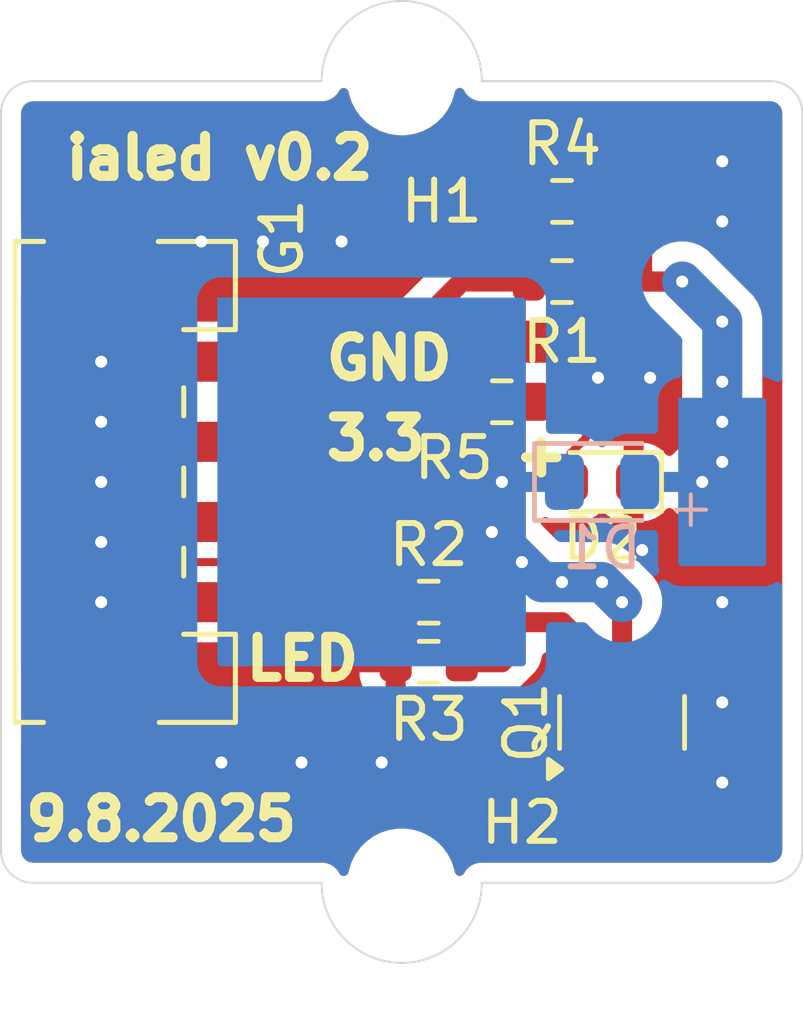
<source format=kicad_pcb>
(kicad_pcb (version 20241229) (generator "pcbnew") (generator_version "9.0")
  (layers (0 "F.Cu" signal) (2 "B.Cu" signal) (13 "F.Paste" user) (15 "B.Paste" user) (5 "F.SilkS" user "F.Silkscreen") (7 "B.SilkS" user "B.Silkscreen") (1 "F.Mask" user) (3 "B.Mask" user) (25 "Edge.Cuts" user))
  (net 0 "")
  (net 1 "Net-(D1-K)")
  (net 2 "Net-(D1-A)")
  (net 3 "GND")
  (net 4 "+3.3V")
  (net 5 "Net-(G1-Pad1)")
  (net 6 "Net-(D2-A)")
  (net 7 "Net-(Q1-G)")
  (net 8 "Net-(G1-Pad2)")
  (footprint "Resistor_SMD:R_0603_1608Metric" (layer "F.Cu") (at 10.675 14.5 180)
    (property "Reference" "R3" (at 0 -1.43 0) (layer "F.SilkS"))
    (property "Value" "100k")
    (fp_line (start -0.237258 0.5225) (end 0.237258 0.5225) (stroke (width 0.12)) (layer "F.SilkS"))
    (fp_line (start -0.237258 -0.5225) (end 0.237258 -0.5225) (stroke (width 0.12)) (layer "F.SilkS"))
    (pad "1" smd roundrect (at -0.825 0 180) (size 0.8 0.95) (layers "F.Cu" "F.Mask" "F.Paste") (net 7 "Net-(Q1-G)"))
    (pad "2" smd roundrect (at 0.825 0 180) (size 0.8 0.95) (layers "F.Cu" "F.Mask" "F.Paste") (net 3 "GND"))
  )
  (footprint "MountingHole:MountingHole_2.2mm_M2_ISO7380" (layer "F.Cu") (at 10 0)
    (property "Reference" "H1" (at 1 3 0) (layer "F.SilkS"))
    (property "Value" "MountingHole")
    (pad "" np_thru_hole circle (at 0 0) (size 2.2 2.2) (drill 2.2) (layers "*.Cu" "*.Mask"))
  )
  (footprint "Resistor_SMD:R_0603_1608Metric" (layer "F.Cu") (at 12.5 8)
    (property "Reference" "R5" (at -1.2 1.4 0) (layer "F.SilkS"))
    (property "Value" "470R")
    (fp_line (start -0.237258 -0.5225) (end 0.237258 -0.5225) (stroke (width 0.12)) (layer "F.SilkS"))
    (fp_line (start -0.237258 0.5225) (end 0.237258 0.5225) (stroke (width 0.12)) (layer "F.SilkS"))
    (pad "1" smd roundrect (at -0.825 0) (size 0.8 0.95) (layers "F.Cu" "F.Mask" "F.Paste") (net 8 "Net-(G1-Pad2)"))
    (pad "2" smd roundrect (at 0.825 0) (size 0.8 0.95) (layers "F.Cu" "F.Mask" "F.Paste") (net 6 "Net-(D2-A)"))
  )
  (footprint "Resistor_SMD:R_0603_1608Metric" (layer "F.Cu") (at 10.675 13)
    (property "Reference" "R2" (at 0 -1.43 0) (layer "F.SilkS"))
    (property "Value" "100R")
    (fp_line (start -0.237258 -0.5225) (end 0.237258 -0.5225) (stroke (width 0.12)) (layer "F.SilkS"))
    (fp_line (start -0.237258 0.5225) (end 0.237258 0.5225) (stroke (width 0.12)) (layer "F.SilkS"))
    (pad "1" smd roundrect (at -0.825 0) (size 0.8 0.95) (layers "F.Cu" "F.Mask" "F.Paste") (net 5 "Net-(G1-Pad1)"))
    (pad "2" smd roundrect (at 0.825 0) (size 0.8 0.95) (layers "F.Cu" "F.Mask" "F.Paste") (net 7 "Net-(Q1-G)"))
  )
  (footprint "ialed:GROVE-HW4-SMD-2.0" (layer "F.Cu") (at 2.5 10 90)
    (property "Reference" "G1" (at 6.075 4.51084 90) (layer "F.SilkS"))
    (property "Value" "L200HY-4PS" (hide yes))
    (fp_line (start 6 -2.15) (end 6 -1.4395) (stroke (width 0.127)) (layer "F.SilkS"))
    (fp_line (start -6 -2.15) (end 6 -2.15) (stroke (width 0.127)) (layer "F.SilkS"))
    (fp_line (start -6 -2.15) (end -6 -1.4395) (stroke (width 0.127)) (layer "F.SilkS"))
    (fp_line (start 6 1.425) (end 6 3.35) (stroke (width 0.127)) (layer "F.SilkS"))
    (fp_line (start -6 1.45) (end -6 3.35) (stroke (width 0.127)) (layer "F.SilkS"))
    (fp_line (start 3.8 2.06062) (end 3.8 3.35) (stroke (width 0.127)) (layer "F.SilkS"))
    (fp_line (start 1.64896 2.06062) (end 2.35 2.06062) (stroke (width 0.127)) (layer "F.SilkS"))
    (fp_line (start -0.3485 2.06062) (end 0.35 2.06062) (stroke (width 0.127)) (layer "F.SilkS"))
    (fp_line (start -2.3485 2.06062) (end -1.65 2.06062) (stroke (width 0.127)) (layer "F.SilkS"))
    (fp_line (start 3.8 3.35) (end 6 3.35) (stroke (width 0.127)) (layer "F.SilkS"))
    (fp_line (start -3.8 3.35) (end -3.8 2.06) (stroke (width 0.127)) (layer "F.SilkS"))
    (fp_line (start -6 3.35) (end -3.8 3.35) (stroke (width 0.127)) (layer "F.SilkS"))
    (pad "1" smd rect (at -3 3.5 180) (size 3 1) (layers "F.Cu" "F.Mask" "F.Paste") (net 5 "Net-(G1-Pad1)"))
    (pad "2" smd rect (at -1 3.5 180) (size 3 1) (layers "F.Cu" "F.Mask" "F.Paste") (net 8 "Net-(G1-Pad2)"))
    (pad "3" smd rect (at 1 3.5 180) (size 3 1) (layers "F.Cu" "F.Mask" "F.Paste") (net 4 "+3.3V"))
    (pad "4" smd rect (at 3 3.5 180) (size 3 1) (layers "F.Cu" "F.Mask" "F.Paste") (net 3 "GND"))
    (pad "5" smd rect (at -5.575 0.01084 180) (size 2.6 1.55) (layers "F.Cu" "F.Mask" "F.Paste") (net 3 "GND"))
    (pad "6" smd rect (at 5.575 0.01084 180) (size 2.6 1.55) (layers "F.Cu" "F.Mask" "F.Paste") (net 3 "GND"))
  )
  (footprint "Resistor_SMD:R_0603_1608Metric" (layer "F.Cu") (at 14 5)
    (property "Reference" "R1" (at 0 1.5 0) (layer "F.SilkS"))
    (property "Value" "100R")
    (fp_line (start -0.237258 -0.5225) (end 0.237258 -0.5225) (stroke (width 0.12)) (layer "F.SilkS"))
    (fp_line (start -0.237258 0.5225) (end 0.237258 0.5225) (stroke (width 0.12)) (layer "F.SilkS"))
    (pad "1" smd roundrect (at -0.825 0) (size 0.8 0.95) (layers "F.Cu" "F.Mask" "F.Paste") (net 4 "+3.3V"))
    (pad "2" smd roundrect (at 0.825 0) (size 0.8 0.95) (layers "F.Cu" "F.Mask" "F.Paste") (net 2 "Net-(D1-A)"))
  )
  (footprint "Package_TO_SOT_SMD:SOT-23" (layer "F.Cu") (at 15.5 16 90)
    (property "Reference" "Q1" (at 0 -2.4 90) (layer "F.SilkS"))
    (property "Value" "2N7002")
    (fp_line (start 0 -1.56) (end 0.65 -1.56) (stroke (width 0.12)) (layer "F.SilkS"))
    (fp_line (start 0 -1.56) (end -0.65 -1.56) (stroke (width 0.12)) (layer "F.SilkS"))
    (fp_line (start 0 1.56) (end 0.65 1.56) (stroke (width 0.12)) (layer "F.SilkS"))
    (fp_line (start 0 1.56) (end -0.65 1.56) (stroke (width 0.12)) (layer "F.SilkS"))
    (fp_poly (pts (xy -1.1625 -1.51) (xy -1.4025 -1.84) (xy -0.9225 -1.84)) (stroke (width 0.12)) (fill yes) (layer "F.SilkS"))
    (pad "1" smd roundrect (at -0.9375 -0.95 90) (size 1.475 0.6) (layers "F.Cu" "F.Mask" "F.Paste") (net 7 "Net-(Q1-G)"))
    (pad "2" smd roundrect (at -0.9375 0.95 90) (size 1.475 0.6) (layers "F.Cu" "F.Mask" "F.Paste") (net 3 "GND"))
    (pad "3" smd roundrect (at 0.9375 0 90) (size 1.475 0.6) (layers "F.Cu" "F.Mask" "F.Paste") (net 1 "Net-(D1-K)"))
  )
  (footprint "Diode_SMD:D_0603_1608Metric" (layer "F.Cu") (at 15 10 180)
    (property "Reference" "D2" (at 0 -1.43 0) (layer "F.SilkS"))
    (property "Value" "KT-0603R")
    (fp_line (start 0.8 -0.735) (end -1.485 -0.735) (stroke (width 0.12)) (layer "F.SilkS"))
    (fp_line (start -1.485 0.735) (end 0.8 0.735) (stroke (width 0.12)) (layer "F.SilkS"))
    (fp_line (start -1.485 -0.735) (end -1.485 0.735) (stroke (width 0.12)) (layer "F.SilkS"))
    (pad "1" smd roundrect (at -0.7875 0 180) (size 0.875 0.95) (layers "F.Cu" "F.Mask" "F.Paste") (net 3 "GND"))
    (pad "2" smd roundrect (at 0.7875 0 180) (size 0.875 0.95) (layers "F.Cu" "F.Mask" "F.Paste") (net 6 "Net-(D2-A)"))
  )
  (footprint "Resistor_SMD:R_0603_1608Metric" (layer "F.Cu") (at 14 3)
    (property "Reference" "R4" (at 0 -1.43 0) (layer "F.SilkS"))
    (property "Value" "dnp")
    (fp_line (start -0.237258 -0.5225) (end 0.237258 -0.5225) (stroke (width 0.12)) (layer "F.SilkS"))
    (fp_line (start -0.237258 0.5225) (end 0.237258 0.5225) (stroke (width 0.12)) (layer "F.SilkS"))
    (pad "1" smd roundrect (at -0.825 0) (size 0.8 0.95) (layers "F.Cu" "F.Mask" "F.Paste") (net 4 "+3.3V"))
    (pad "2" smd roundrect (at 0.825 0) (size 0.8 0.95) (layers "F.Cu" "F.Mask" "F.Paste") (net 2 "Net-(D1-A)"))
  )
  (footprint "MountingHole:MountingHole_2.2mm_M2_ISO7380" (layer "F.Cu") (at 10 20)
    (property "Reference" "H2" (at 3 -1.5 0) (layer "F.SilkS"))
    (property "Value" "MountingHole")
    (pad "" np_thru_hole circle (at 0 0) (size 2.2 2.2) (drill 2.2) (layers "*.Cu" "*.Mask"))
  )
  (footprint "Diode_SMD:D_0805_2012Metric" (layer "B.Cu") (at 15 10)
    (property "Reference" "D1" (at 0 1.65 180) (layer "B.SilkS") (effects (justify mirror)))
    (property "Value" "KT-0805W")
    (fp_line (start -1.685 -0.96) (end 1 -0.96) (stroke (width 0.12)) (layer "B.SilkS"))
    (fp_line (start -1.685 0.96) (end -1.685 -0.96) (stroke (width 0.12)) (layer "B.SilkS"))
    (fp_line (start 1 0.96) (end -1.685 0.96) (stroke (width 0.12)) (layer "B.SilkS"))
    (pad "1" smd roundrect (at -0.9375 0) (size 0.975 1.4) (layers "B.Cu" "B.Mask" "B.Paste") (net 1 "Net-(D1-K)"))
    (pad "2" smd roundrect (at 0.9375 0) (size 0.975 1.4) (layers "B.Cu" "B.Mask" "B.Paste") (net 2 "Net-(D1-A)"))
  )
  (gr_rect (start 5.5 5.5) (end 13 14.5) (stroke (width 0.2)) (fill yes) (layer "B.Cu") (net 1))
  (gr_rect (start 17 8) (end 19 12) (stroke (width 0.2)) (fill yes) (layer "B.Cu") (net 2))
  (gr_line (start 0 19.2) (end 0 0.800001) (stroke (width 0.05)) (layer "Edge.Cuts"))
  (gr_arc (start 8 0) (mid 10 -2) (end 12 0) (stroke (width 0.05)) (layer "Edge.Cuts"))
  (gr_arc (start 19.2 0) (mid 19.765685 0.234315) (end 20 0.8) (stroke (width 0.05)) (layer "Edge.Cuts"))
  (gr_arc (start 0.8 20) (mid 0.234315 19.765685) (end 0 19.2) (stroke (width 0.05)) (layer "Edge.Cuts"))
  (gr_line (start 20 19.2) (end 20 0.8) (stroke (width 0.05)) (layer "Edge.Cuts"))
  (gr_arc (start 0 0.800001) (mid 0.234315 0.234315) (end 0.800001 0) (stroke (width 0.05)) (layer "Edge.Cuts"))
  (gr_arc (start 20 19.2) (mid 19.765685 19.765685) (end 19.2 20) (stroke (width 0.05)) (layer "Edge.Cuts"))
  (gr_line (start 12 0) (end 19.2 0) (stroke (width 0.05)) (layer "Edge.Cuts"))
  (gr_line (start 0.8 20) (end 8.000003 20) (stroke (width 0.05)) (layer "Edge.Cuts"))
  (gr_line (start 11.999999 20) (end 19.2 20) (stroke (width 0.05)) (layer "Edge.Cuts"))
  (gr_arc (start 11.999999 20) (mid 10 22) (end 8.000003 20) (stroke (width 0.05)) (layer "Edge.Cuts"))
  (gr_line (start 0.800001 0) (end 8 0) (stroke (width 0.05)) (layer "Edge.Cuts"))
  (gr_text "9.8.2025" (at 0.5 19 0) (layer "F.SilkS") (effects (font (size 1 1) (thickness 0.25) (bold yes)) (justify left bottom)))
  (gr_text "+" (at 12.7 9.9 0) (layer "F.SilkS") (effects (font (size 1 1) (thickness 0.25) (bold yes)) (justify left bottom)))
  (gr_text "LED" (at 6 15 0) (layer "F.SilkS") (effects (font (size 1 1) (thickness 0.25) (bold yes)) (justify left bottom)))
  (gr_text "3.3" (at 8 9.5 0) (layer "F.SilkS") (effects (font (size 1 1) (thickness 0.25) (bold yes)) (justify left bottom)))
  (gr_text "ialed v0.2" (at 1.5 2.5 0) (layer "F.SilkS") (effects (font (size 1 1) (thickness 0.25) (bold yes)) (justify left bottom)))
  (gr_text "GND" (at 8 7.5 0) (layer "F.SilkS") (effects (font (size 1 1) (thickness 0.25) (bold yes)) (justify left bottom)))
  (gr_text "+" (at 17.9 11.2 0) (layer "B.SilkS") (effects (font (size 1 1) (thickness 0.1)) (justify left bottom mirror)))
  (segment (start 12 11) (end 13 12) (width 1) (layer "F.Cu") (net 1))
  (segment (start 13.5 12.5) (end 15 12.5) (width 1) (layer "F.Cu") (net 1))
  (segment (start 13 12) (end 13.5 12.5) (width 1) (layer "F.Cu") (net 1))
  (segment (start 15 12.5) (end 15.5 13) (width 1) (layer "F.Cu") (net 1))
  (segment (start 12 10.5) (end 12 11) (width 1) (layer "F.Cu") (net 1))
  (segment (start 15.5 13) (end 15.5 15) (width 0.5) (layer "F.Cu") (net 1))
  (segment (start 12.5 10) (end 12 10.5) (width 1) (layer "F.Cu") (net 1))
  (via (at 13 12) (size 0.6) (drill 0.3) (layers "F.Cu" "B.Cu") (net 1))
  (via (at 15 12.5) (size 0.6) (drill 0.3) (layers "F.Cu" "B.Cu") (net 1))
  (via (at 12.25 11.25) (size 0.6) (drill 0.3) (layers "F.Cu" "B.Cu") (net 1))
  (via (at 12.5 10) (size 0.6) (drill 0.3) (layers "F.Cu" "B.Cu") (net 1))
  (via (at 15.5 13) (size 0.6) (drill 0.3) (layers "F.Cu" "B.Cu") (net 1))
  (via (at 14 12.5) (size 0.6) (drill 0.3) (layers "F.Cu" "B.Cu") (net 1))
  (segment (start 14.0625 10) (end 12.5 10) (width 0.5) (layer "B.Cu") (net 1))
  (segment (start 15 12.5) (end 15.5 13) (width 1) (layer "B.Cu") (net 1))
  (segment (start 13.5 12.5) (end 15 12.5) (width 1) (layer "B.Cu") (net 1))
  (segment (start 12.25 11.25) (end 13.5 12.5) (width 1) (layer "B.Cu") (net 1))
  (segment (start 16.5 5) (end 17 5) (width 0.5) (layer "F.Cu") (net 2))
  (segment (start 14.825 5) (end 16 5) (width 0.5) (layer "F.Cu") (net 2))
  (segment (start 18 8.5) (end 18 9.5) (width 0.5) (layer "F.Cu") (net 2))
  (segment (start 18 9.5) (end 17.5 10) (width 1) (layer "F.Cu") (net 2))
  (segment (start 18 6) (end 17 5) (width 1) (layer "F.Cu") (net 2))
  (segment (start 16 5) (end 16.5 5) (width 0.5) (layer "F.Cu") (net 2))
  (segment (start 16 5) (end 16 3) (width 0.5) (layer "F.Cu") (net 2))
  (segment (start 18 9.5) (end 18 6) (width 1) (layer "F.Cu") (net 2))
  (segment (start 16 3) (end 14.825 3) (width 0.5) (layer "F.Cu") (net 2))
  (segment (start 17 5) (end 16 5) (width 0.5) (layer "F.Cu") (net 2))
  (via (at 18 7.5) (size 0.6) (drill 0.3) (layers "F.Cu" "B.Cu") (net 2))
  (via (at 18 9.5) (size 0.6) (drill 0.3) (layers "F.Cu" "B.Cu") (net 2))
  (via (at 18 6) (size 0.6) (drill 0.3) (layers "F.Cu" "B.Cu") (net 2))
  (via (at 17.5 10) (size 0.6) (drill 0.3) (layers "F.Cu" "B.Cu") (net 2))
  (via (at 17 5) (size 0.6) (drill 0.3) (layers "F.Cu" "B.Cu") (net 2))
  (via (at 18 8.5) (size 0.6) (drill 0.3) (layers "F.Cu" "B.Cu") (net 2))
  (segment (start 17 10) (end 15.9375 10) (width 0.5) (layer "B.Cu") (net 2))
  (segment (start 18 9.5) (end 18 6) (width 1) (layer "B.Cu") (net 2))
  (segment (start 18 6) (end 17 5) (width 1) (layer "B.Cu") (net 2))
  (segment (start 2.5 11.5) (end 3 12) (width 0.2) (layer "F.Cu") (net 3))
  (segment (start 3 12) (end 8.4 12) (width 0.2) (layer "F.Cu") (net 3))
  (via (at 18 3.5) (size 0.6) (drill 0.3) (layers "F.Cu" "B.Cu") (net 3))
  (via (at 18 13) (size 0.6) (drill 0.3) (layers "F.Cu" "B.Cu") (net 3))
  (via (at 5.5 17) (size 0.6) (drill 0.3) (layers "F.Cu" "B.Cu") (net 3))
  (via (at 14.9 7.4) (size 0.6) (drill 0.3) (layers "F.Cu" "B.Cu") (net 3))
  (via (at 2.5 11.5) (size 0.6) (drill 0.3) (layers "F.Cu" "B.Cu") (net 3))
  (via (at 7.5 17) (size 0.6) (drill 0.3) (layers "F.Cu" "B.Cu") (net 3))
  (via (at 18 2) (size 0.6) (drill 0.3) (layers "F.Cu" "B.Cu") (net 3))
  (via (at 2.5 7) (size 0.6) (drill 0.3) (layers "F.Cu" "B.Cu") (net 3))
  (via (at 2.5 10) (size 0.6) (drill 0.3) (layers "F.Cu" "B.Cu") (net 3))
  (via (at 8.5 4) (size 0.6) (drill 0.3) (layers "F.Cu" "B.Cu") (net 3))
  (via (at 6.537983 4) (size 0.6) (drill 0.3) (layers "F.Cu" "B.Cu") (net 3))
  (via (at 2.5 13) (size 0.6) (drill 0.3) (layers "F.Cu" "B.Cu") (net 3))
  (via (at 18 17.5) (size 0.6) (drill 0.3) (layers "F.Cu" "B.Cu") (net 3))
  (via (at 5 4) (size 0.6) (drill 0.3) (layers "F.Cu" "B.Cu") (net 3))
  (via (at 16.2 7.4) (size 0.6) (drill 0.3) (layers "F.Cu" "B.Cu") (net 3))
  (via (at 2.5 8.5) (size 0.6) (drill 0.3) (layers "F.Cu" "B.Cu") (net 3))
  (via (at 9.5 17) (size 0.6) (drill 0.3) (layers "F.Cu" "B.Cu") (net 3))
  (via (at 16 11.7) (size 0.6) (drill 0.3) (layers "F.Cu" "B.Cu") (net 3))
  (via (at 18 15.5) (size 0.6) (drill 0.3) (layers "F.Cu" "B.Cu") (net 3))
  (segment (start 10 8) (end 10 6.5) (width 0.5) (layer "F.Cu") (net 4))
  (segment (start 11.5 3.5) (end 12 3) (width 0.5) (layer "F.Cu") (net 4))
  (segment (start 12 3) (end 13.175 3) (width 0.5) (layer "F.Cu") (net 4))
  (segment (start 11.5 5) (end 13.175 5) (width 0.5) (layer "F.Cu") (net 4))
  (segment (start 10 6.5) (end 11.5 5) (width 0.5) (layer "F.Cu") (net 4))
  (segment (start 11.5 5) (end 11.5 3.5) (width 0.5) (layer "F.Cu") (net 4))
  (segment (start 6 9) (end 9 9) (width 0.5) (layer "F.Cu") (net 4))
  (segment (start 9 9) (end 10 8) (width 0.5) (layer "F.Cu") (net 4))
  (segment (start 9.85 13) (end 6 13) (width 0.5) (layer "F.Cu") (net 5))
  (segment (start 14.2125 9.2875) (end 14.2125 10) (width 0.2) (layer "F.Cu") (net 6))
  (segment (start 14.5 8) (end 14.6 8.1) (width 0.2) (layer "F.Cu") (net 6))
  (segment (start 14.5 8) (end 13.325 8) (width 0.2) (layer "F.Cu") (net 6))
  (segment (start 14.6 8.1) (end 14.6 8.9) (width 0.2) (layer "F.Cu") (net 6))
  (segment (start 14.6 8.9) (end 14.2125 9.2875) (width 0.2) (layer "F.Cu") (net 6))
  (segment (start 12.751 13.5) (end 12.751 14.249) (width 0.5) (layer "F.Cu") (net 7))
  (segment (start 12.5 13) (end 12.751 13.251) (width 0.5) (layer "F.Cu") (net 7))
  (segment (start 11.5 13) (end 12.5 13) (width 0.5) (layer "F.Cu") (net 7))
  (segment (start 12.751 14.249) (end 12.5 14.5) (width 0.5) (layer "F.Cu") (net 7))
  (segment (start 12.5 14.5) (end 11.5 14.5) (width 0.5) (layer "F.Cu") (net 7))
  (segment (start 14.55 14.05) (end 14.55 16.9375) (width 0.5) (layer "F.Cu") (net 7))
  (segment (start 12.751 13.5) (end 14 13.5) (width 0.5) (layer "F.Cu") (net 7))
  (segment (start 14 13.5) (end 14.55 14.05) (width 0.5) (layer "F.Cu") (net 7))
  (segment (start 12.751 13.251) (end 12.751 13.5) (width 0.5) (layer "F.Cu") (net 7))
  (segment (start 6 11) (end 7.9 11) (width 0.2) (layer "F.Cu") (net 8))
  (segment (start 10.9 8) (end 11.675 8) (width 0.2) (layer "F.Cu") (net 8))
  (segment (start 7.9 11) (end 10.9 8) (width 0.2) (layer "F.Cu") (net 8))
  (zone (net 3) (net_name "GND") (layers "F.Cu" "B.Cu") (connect_pads (clearance 0.5)) (min_thickness 0.25) (fill yes (thermal_gap 0.5) (thermal_bridge_width 0.5))
    (polygon (pts (xy 0 0) (xy 20 0) (xy 20 20) (xy 0 20)))
  )
)
</source>
